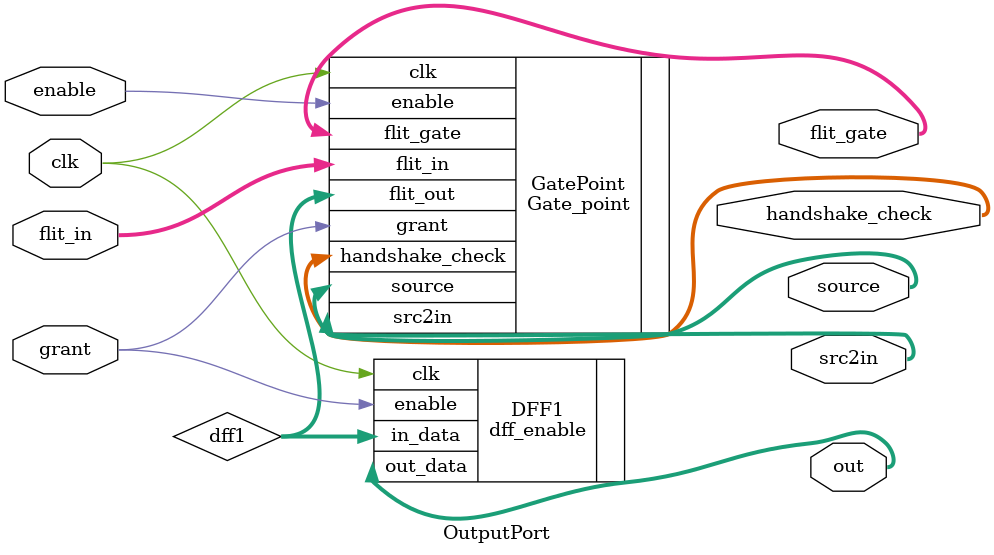
<source format=v>

module OutputPort#(parameter addr_sw=4'b0000, parameter stt = 3'd5 )(   
    input clk,
    input enable,
    input [31:0]flit_in,
    input grant,

    output  [2:0] flit_gate,
    output [3:0] source,
    output [3:0] src2in,
    output [1:0] handshake_check,
    output [31:0]out
    );

wire [31:0] dff1;
reg [31:0] out_temp;
Gate_point #(.addr_sw(addr_sw),.stt(stt)) GatePoint(
             .clk(clk),
             .enable(enable), 
             .grant(grant),
             .flit_in(flit_in),
             .flit_out(dff1),
             .flit_gate(flit_gate),
             .source(source),
             .src2in(src2in),
             .handshake_check(handshake_check)
);

dff_enable DFF1(
             .clk(clk),
             .in_data(dff1),
            .out_data(out),
             .enable(grant)
             );
endmodule

</source>
